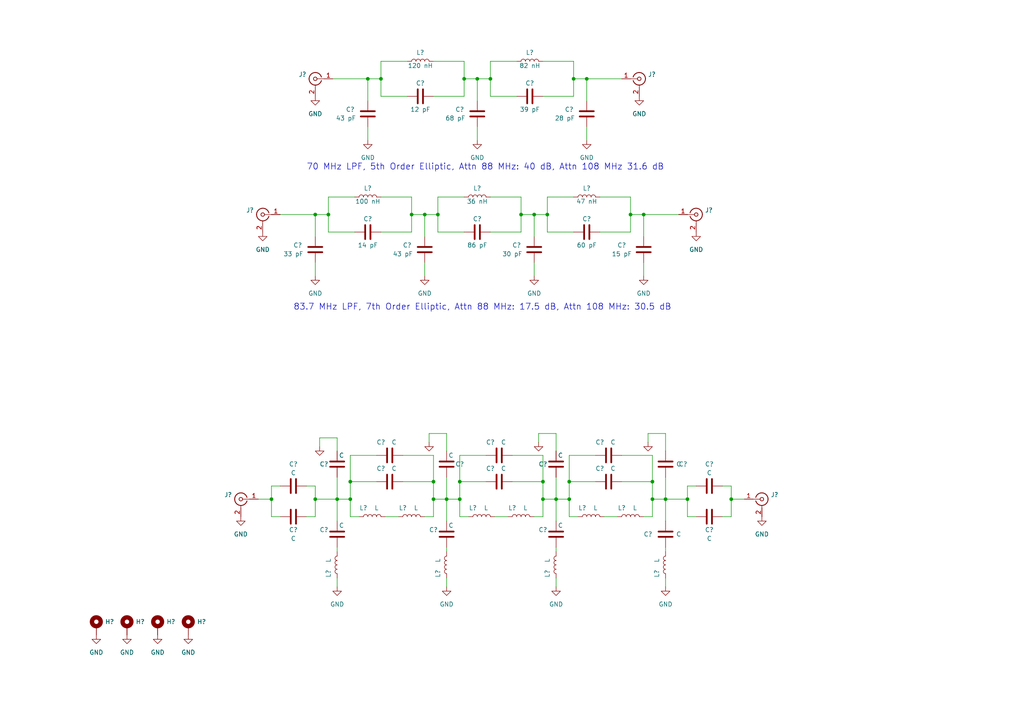
<source format=kicad_sch>
(kicad_sch (version 20230121) (generator eeschema)
  (paper "A4")
  (lib_symbols
    (symbol "Connector:Conn_Coaxial" (pin_names (offset 1.016) hide)
      (property "Reference" "J" (at 0.254 3.048 0))
      (property "Value" "Conn_Coaxial" (at 2.921 0 90))
      (symbol "Conn_Coaxial_0_1"
        (arc (start -1.778 -0.508) (mid 0.2311 -1.8066) (end 1.778 0) (stroke (width 0.254)))
        (polyline (pts (xy -2.54 0) (xy -0.508 0)))
        (polyline (pts (xy 0 -2.54) (xy 0 -1.778)))
        (circle (center 0 0) (radius 0.508) (stroke (width 0.2032)))
        (arc (start 1.778 0) (mid 0.2099 1.8101) (end -1.778 0.508) (stroke (width 0.254)))
      )
      (symbol "Conn_Coaxial_1_1"
        (pin passive line (at -5.08 0 0) (length 2.54) (name "In") (number "1"))
        (pin passive line (at 0 -5.08 90) (length 2.54) (name "Ext") (number "2"))
      )
    )
    (symbol "Device:C" (pin_numbers hide) (pin_names (offset 0.254))
      (property "Reference" "C" (at 0.635 2.54 0))
      (property "Value" "C" (at 0.635 -2.54 0))
      (symbol "C_0_1"
        (polyline (pts (xy -2.032 -0.762) (xy 2.032 -0.762)) (stroke (width 0.508)))
        (polyline (pts (xy -2.032 0.762) (xy 2.032 0.762)) (stroke (width 0.508)))
      )
      (symbol "C_1_1"
        (pin passive line (at 0 3.81 270) (length 2.794) (name "~") (number "1"))
        (pin passive line (at 0 -3.81 90) (length 2.794) (name "~") (number "2"))
      )
    )
    (symbol "Device:L" (pin_numbers hide) (pin_names (offset 1.016) hide)
      (property "Reference" "L" (at -1.27 0 90))
      (property "Value" "L" (at 1.905 0 90))
      (symbol "L_0_1"
        (arc (start 0 -2.54) (mid 0.6323 -1.905) (end 0 -1.27))
        (arc (start 0 -1.27) (mid 0.6323 -0.635) (end 0 0))
        (arc (start 0 0) (mid 0.6323 0.635) (end 0 1.27))
        (arc (start 0 1.27) (mid 0.6323 1.905) (end 0 2.54))
      )
      (symbol "L_1_1"
        (pin passive line (at 0 3.81 270) (length 1.27) (name "1") (number "1"))
        (pin passive line (at 0 -3.81 90) (length 1.27) (name "2") (number "2"))
      )
    )
    (symbol "Mechanical:MountingHole_Pad" (pin_numbers hide) (pin_names (offset 1.016) hide)
      (property "Reference" "H" (at 0 6.35 0))
      (property "Value" "MountingHole_Pad" (at 0 4.445 0))
      (symbol "MountingHole_Pad_0_1"
        (circle (center 0 1.27) (radius 1.27) (stroke (width 1.27)))
      )
      (symbol "MountingHole_Pad_1_1"
        (pin input line (at 0 -2.54 90) (length 2.54) (name "1") (number "1"))
      )
    )
    (symbol "power:GND" (power) (pin_names (offset 0))
      (property "Value" "GND" (at 0 -3.81 0))
      (symbol "GND_0_1"
        (polyline (pts (xy 0 0) (xy 0 -1.27) (xy 1.27 -1.27) (xy 0 -2.54) (xy -1.27 -1.27) (xy 0 -1.27)))
      )
      (symbol "GND_1_1"
        (pin power_in line (at 0 0 270) (length 0) hide (name "GND") (number "1"))
      )
    )
  )
  (junction (at 119.38 62.23))
  (junction (at 182.88 62.23))
  (junction (at 97.79 144.78))
  (junction (at 170.18 22.86))
  (junction (at 158.75 62.23))
  (junction (at 199.39 144.78))
  (junction (at 166.37 22.86))
  (junction (at 189.23 144.78))
  (junction (at 101.6 144.78))
  (junction (at 165.1 139.7))
  (junction (at 134.62 22.86))
  (junction (at 91.44 62.23))
  (junction (at 186.69 62.23))
  (junction (at 138.43 22.86))
  (junction (at 161.29 144.78))
  (junction (at 110.49 22.86))
  (junction (at 193.04 144.78))
  (junction (at 157.48 144.78))
  (junction (at 157.48 139.7))
  (junction (at 212.09 144.78))
  (junction (at 106.68 22.86))
  (junction (at 123.19 62.23))
  (junction (at 127 62.23))
  (junction (at 165.1 144.78))
  (junction (at 133.35 139.7))
  (junction (at 95.25 62.23))
  (junction (at 154.94 62.23))
  (junction (at 125.73 144.78))
  (junction (at 125.73 139.7))
  (junction (at 133.35 144.78))
  (junction (at 78.74 144.78))
  (junction (at 91.44 144.78))
  (junction (at 101.6 139.7))
  (junction (at 142.24 22.86))
  (junction (at 189.23 139.7))
  (junction (at 151.13 62.23))
  (junction (at 129.54 144.78))
  (wire (pts (xy 212.09 140.97) (xy 212.09 144.78)))
  (wire (pts (xy 91.44 62.23) (xy 95.25 62.23)))
  (wire (pts (xy 91.44 62.23) (xy 91.44 68.58)))
  (wire (pts (xy 129.54 167.64) (xy 129.54 170.18)))
  (wire (pts (xy 173.99 67.31) (xy 182.88 67.31)))
  (wire (pts (xy 91.44 149.86) (xy 88.9 149.86)))
  (wire (pts (xy 166.37 22.86) (xy 170.18 22.86)))
  (wire (pts (xy 125.73 144.78) (xy 125.73 139.7)))
  (wire (pts (xy 199.39 149.86) (xy 201.93 149.86)))
  (wire (pts (xy 97.79 144.78) (xy 101.6 144.78)))
  (wire (pts (xy 119.38 62.23) (xy 119.38 57.15)))
  (wire (pts (xy 95.25 62.23) (xy 95.25 67.31)))
  (wire (pts (xy 151.13 62.23) (xy 154.94 62.23)))
  (wire (pts (xy 212.09 149.86) (xy 209.55 149.86)))
  (wire (pts (xy 97.79 127) (xy 92.71 127)))
  (wire (pts (xy 97.79 127) (xy 97.79 130.81)))
  (wire (pts (xy 189.23 144.78) (xy 193.04 144.78)))
  (wire (pts (xy 78.74 140.97) (xy 78.74 144.78)))
  (wire (pts (xy 91.44 140.97) (xy 91.44 144.78)))
  (wire (pts (xy 124.46 125.73) (xy 124.46 128.27)))
  (wire (pts (xy 125.73 149.86) (xy 125.73 144.78)))
  (wire (pts (xy 127 62.23) (xy 127 67.31)))
  (wire (pts (xy 134.62 22.86) (xy 134.62 17.78)))
  (wire (pts (xy 101.6 149.86) (xy 104.14 149.86)))
  (wire (pts (xy 119.38 62.23) (xy 123.19 62.23)))
  (wire (pts (xy 182.88 67.31) (xy 182.88 62.23)))
  (wire (pts (xy 125.73 27.94) (xy 134.62 27.94)))
  (wire (pts (xy 119.38 67.31) (xy 119.38 62.23)))
  (wire (pts (xy 129.54 158.75) (xy 129.54 160.02)))
  (wire (pts (xy 180.34 132.08) (xy 189.23 132.08)))
  (wire (pts (xy 110.49 27.94) (xy 118.11 27.94)))
  (wire (pts (xy 111.76 149.86) (xy 115.57 149.86)))
  (wire (pts (xy 189.23 144.78) (xy 189.23 139.7)))
  (wire (pts (xy 91.44 144.78) (xy 91.44 149.86)))
  (wire (pts (xy 138.43 36.83) (xy 138.43 40.64)))
  (wire (pts (xy 133.35 149.86) (xy 135.89 149.86)))
  (wire (pts (xy 101.6 139.7) (xy 101.6 144.78)))
  (wire (pts (xy 133.35 139.7) (xy 133.35 144.78)))
  (wire (pts (xy 189.23 149.86) (xy 189.23 144.78)))
  (wire (pts (xy 125.73 132.08) (xy 125.73 139.7)))
  (wire (pts (xy 142.24 27.94) (xy 149.86 27.94)))
  (wire (pts (xy 125.73 17.78) (xy 134.62 17.78)))
  (wire (pts (xy 133.35 144.78) (xy 133.35 149.86)))
  (wire (pts (xy 106.68 36.83) (xy 106.68 40.64)))
  (wire (pts (xy 193.04 144.78) (xy 199.39 144.78)))
  (wire (pts (xy 138.43 22.86) (xy 142.24 22.86)))
  (wire (pts (xy 78.74 149.86) (xy 81.28 149.86)))
  (wire (pts (xy 157.48 27.94) (xy 166.37 27.94)))
  (wire (pts (xy 157.48 144.78) (xy 161.29 144.78)))
  (wire (pts (xy 123.19 62.23) (xy 127 62.23)))
  (wire (pts (xy 109.22 132.08) (xy 101.6 132.08)))
  (wire (pts (xy 189.23 132.08) (xy 189.23 139.7)))
  (wire (pts (xy 186.69 62.23) (xy 186.69 68.58)))
  (wire (pts (xy 193.04 125.73) (xy 193.04 130.81)))
  (wire (pts (xy 127 67.31) (xy 134.62 67.31)))
  (wire (pts (xy 102.87 57.15) (xy 95.25 57.15)))
  (wire (pts (xy 209.55 140.97) (xy 212.09 140.97)))
  (wire (pts (xy 116.84 139.7) (xy 125.73 139.7)))
  (wire (pts (xy 186.69 149.86) (xy 189.23 149.86)))
  (wire (pts (xy 133.35 132.08) (xy 133.35 139.7)))
  (wire (pts (xy 149.86 17.78) (xy 142.24 17.78)))
  (wire (pts (xy 97.79 167.64) (xy 97.79 170.18)))
  (wire (pts (xy 134.62 57.15) (xy 127 57.15)))
  (wire (pts (xy 161.29 144.78) (xy 165.1 144.78)))
  (wire (pts (xy 161.29 125.73) (xy 161.29 130.81)))
  (wire (pts (xy 165.1 149.86) (xy 167.64 149.86)))
  (wire (pts (xy 158.75 67.31) (xy 166.37 67.31)))
  (wire (pts (xy 156.21 125.73) (xy 156.21 128.27)))
  (wire (pts (xy 95.25 57.15) (xy 95.25 62.23)))
  (wire (pts (xy 170.18 22.86) (xy 170.18 29.21)))
  (wire (pts (xy 129.54 125.73) (xy 124.46 125.73)))
  (wire (pts (xy 116.84 132.08) (xy 125.73 132.08)))
  (wire (pts (xy 140.97 139.7) (xy 133.35 139.7)))
  (wire (pts (xy 151.13 67.31) (xy 151.13 62.23)))
  (wire (pts (xy 182.88 62.23) (xy 182.88 57.15)))
  (wire (pts (xy 142.24 67.31) (xy 151.13 67.31)))
  (wire (pts (xy 148.59 139.7) (xy 157.48 139.7)))
  (wire (pts (xy 154.94 76.2) (xy 154.94 80.01)))
  (wire (pts (xy 186.69 62.23) (xy 196.85 62.23)))
  (wire (pts (xy 157.48 144.78) (xy 157.48 139.7)))
  (wire (pts (xy 186.69 76.2) (xy 186.69 80.01)))
  (wire (pts (xy 212.09 144.78) (xy 215.9 144.78)))
  (wire (pts (xy 165.1 132.08) (xy 165.1 139.7)))
  (wire (pts (xy 157.48 149.86) (xy 157.48 144.78)))
  (wire (pts (xy 118.11 17.78) (xy 110.49 17.78)))
  (wire (pts (xy 157.48 17.78) (xy 166.37 17.78)))
  (wire (pts (xy 123.19 149.86) (xy 125.73 149.86)))
  (wire (pts (xy 134.62 27.94) (xy 134.62 22.86)))
  (wire (pts (xy 106.68 22.86) (xy 110.49 22.86)))
  (wire (pts (xy 154.94 149.86) (xy 157.48 149.86)))
  (wire (pts (xy 180.34 139.7) (xy 189.23 139.7)))
  (wire (pts (xy 161.29 144.78) (xy 161.29 151.13)))
  (wire (pts (xy 201.93 140.97) (xy 199.39 140.97)))
  (wire (pts (xy 81.28 140.97) (xy 78.74 140.97)))
  (wire (pts (xy 78.74 144.78) (xy 78.74 149.86)))
  (wire (pts (xy 151.13 62.23) (xy 151.13 57.15)))
  (wire (pts (xy 123.19 76.2) (xy 123.19 80.01)))
  (wire (pts (xy 142.24 57.15) (xy 151.13 57.15)))
  (wire (pts (xy 110.49 57.15) (xy 119.38 57.15)))
  (wire (pts (xy 193.04 167.64) (xy 193.04 170.18)))
  (wire (pts (xy 199.39 144.78) (xy 199.39 149.86)))
  (wire (pts (xy 101.6 144.78) (xy 101.6 149.86)))
  (wire (pts (xy 170.18 22.86) (xy 180.34 22.86)))
  (wire (pts (xy 165.1 139.7) (xy 165.1 144.78)))
  (wire (pts (xy 91.44 76.2) (xy 91.44 80.01)))
  (wire (pts (xy 182.88 62.23) (xy 186.69 62.23)))
  (wire (pts (xy 88.9 140.97) (xy 91.44 140.97)))
  (wire (pts (xy 129.54 144.78) (xy 129.54 151.13)))
  (wire (pts (xy 110.49 17.78) (xy 110.49 22.86)))
  (wire (pts (xy 138.43 22.86) (xy 138.43 29.21)))
  (wire (pts (xy 134.62 22.86) (xy 138.43 22.86)))
  (wire (pts (xy 193.04 125.73) (xy 187.96 125.73)))
  (wire (pts (xy 199.39 140.97) (xy 199.39 144.78)))
  (wire (pts (xy 157.48 132.08) (xy 157.48 139.7)))
  (wire (pts (xy 212.09 144.78) (xy 212.09 149.86)))
  (wire (pts (xy 140.97 132.08) (xy 133.35 132.08)))
  (wire (pts (xy 92.71 127) (xy 92.71 129.54)))
  (wire (pts (xy 187.96 125.73) (xy 187.96 128.27)))
  (wire (pts (xy 193.04 138.43) (xy 193.04 144.78)))
  (wire (pts (xy 125.73 144.78) (xy 129.54 144.78)))
  (wire (pts (xy 78.74 144.78) (xy 74.93 144.78)))
  (wire (pts (xy 96.52 22.86) (xy 106.68 22.86)))
  (wire (pts (xy 127 57.15) (xy 127 62.23)))
  (wire (pts (xy 166.37 22.86) (xy 166.37 17.78)))
  (wire (pts (xy 161.29 167.64) (xy 161.29 170.18)))
  (wire (pts (xy 158.75 62.23) (xy 158.75 67.31)))
  (wire (pts (xy 175.26 149.86) (xy 179.07 149.86)))
  (wire (pts (xy 143.51 149.86) (xy 147.32 149.86)))
  (wire (pts (xy 161.29 125.73) (xy 156.21 125.73)))
  (wire (pts (xy 193.04 144.78) (xy 193.04 151.13)))
  (wire (pts (xy 97.79 144.78) (xy 97.79 138.43)))
  (wire (pts (xy 110.49 22.86) (xy 110.49 27.94)))
  (wire (pts (xy 95.25 67.31) (xy 102.87 67.31)))
  (wire (pts (xy 166.37 27.94) (xy 166.37 22.86)))
  (wire (pts (xy 170.18 36.83) (xy 170.18 40.64)))
  (wire (pts (xy 109.22 139.7) (xy 101.6 139.7)))
  (wire (pts (xy 142.24 22.86) (xy 142.24 27.94)))
  (wire (pts (xy 172.72 139.7) (xy 165.1 139.7)))
  (wire (pts (xy 142.24 17.78) (xy 142.24 22.86)))
  (wire (pts (xy 166.37 57.15) (xy 158.75 57.15)))
  (wire (pts (xy 161.29 158.75) (xy 161.29 160.02)))
  (wire (pts (xy 129.54 144.78) (xy 129.54 138.43)))
  (wire (pts (xy 97.79 144.78) (xy 97.79 151.13)))
  (wire (pts (xy 101.6 132.08) (xy 101.6 139.7)))
  (wire (pts (xy 97.79 144.78) (xy 91.44 144.78)))
  (wire (pts (xy 110.49 67.31) (xy 119.38 67.31)))
  (wire (pts (xy 106.68 22.86) (xy 106.68 29.21)))
  (wire (pts (xy 165.1 144.78) (xy 165.1 149.86)))
  (wire (pts (xy 158.75 57.15) (xy 158.75 62.23)))
  (wire (pts (xy 129.54 125.73) (xy 129.54 130.81)))
  (wire (pts (xy 172.72 132.08) (xy 165.1 132.08)))
  (wire (pts (xy 81.28 62.23) (xy 91.44 62.23)))
  (wire (pts (xy 154.94 62.23) (xy 154.94 68.58)))
  (wire (pts (xy 154.94 62.23) (xy 158.75 62.23)))
  (wire (pts (xy 173.99 57.15) (xy 182.88 57.15)))
  (wire (pts (xy 97.79 158.75) (xy 97.79 160.02)))
  (wire (pts (xy 193.04 158.75) (xy 193.04 160.02)))
  (wire (pts (xy 161.29 144.78) (xy 161.29 138.43)))
  (wire (pts (xy 148.59 132.08) (xy 157.48 132.08)))
  (wire (pts (xy 123.19 62.23) (xy 123.19 68.58)))
  (wire (pts (xy 129.54 144.78) (xy 133.35 144.78)))
  (text "70 MHz LPF, 5th Order Elliptic, Attn 88 MHz: 40 dB, Attn 108 MHz 31.6 dB" (at 88.9 49.53 0) (effects (font (size 1.778 1.778)) (justify left bottom)))
  (text "83.7 MHz LPF, 7th Order Elliptic, Attn 88 MHz: 17.5 dB, Attn 108 MHz: 30.5 dB" (at 85.09 90.17 0) (effects (font (size 1.778 1.778)) (justify left bottom)))
  (symbol (lib_id "Device:L") (at 138.43 57.15 90) (unit 1)
    (property "Reference" "L?" (at 138.43 54.61 90))
    (property "Value" "36 nH" (at 138.43 58.42 90))
    (property "Footprint" "LWA RF:1008CS_Handsolder" (effects hide))
    (instances (project "ARX" (path "" (reference "L?") (unit 1)) (path "" (reference "L4") (unit 1))))
  )
  (symbol (lib_id "Device:L") (at 119.38 149.86 90) (unit 1)
    (property "Reference" "L?" (at 116.84 147.32 90))
    (property "Value" "L" (at 120.65 147.32 90))
    (property "Footprint" "LWA RF:1008CS_Handsolder" (effects hide))
    (instances (project "ARX" (path "" (reference "L?") (unit 1)) (path "" (reference "L13") (unit 1))))
  )
  (symbol (lib_id "Device:C") (at 129.54 154.94 180) (unit 1)
    (property "Reference" "C?" (at 125.73 153.67 0))
    (property "Value" "C" (at 130.81 152.4 0))
    (property "Footprint" "LWA RF:C_0805_2012Metric_Pad1.27x1.45mm_HandSolder" (effects hide))
    (instances (project "ARX" (path "" (reference "C?") (unit 1)) (path "" (reference "C26") (unit 1))))
  )
  (symbol (lib_id "Device:L") (at 151.13 149.86 90) (unit 1)
    (property "Reference" "L?" (at 148.59 147.32 90))
    (property "Value" "L" (at 152.4 147.32 90))
    (property "Footprint" "LWA RF:1008CS_Handsolder" (effects hide))
    (instances (project "ARX" (path "" (reference "L?") (unit 1)) (path "" (reference "L16") (unit 1))))
  )
  (symbol (lib_id "Device:C") (at 97.79 134.62 0) (unit 1)
    (property "Reference" "C?" (at 93.98 134.62 0))
    (property "Value" "C" (at 99.06 132.08 0))
    (property "Footprint" "LWA RF:C_0805_2012Metric_Pad1.27x1.45mm_HandSolder" (effects hide))
    (instances (project "ARX" (path "" (reference "C?") (unit 1)) (path "" (reference "C21") (unit 1))))
  )
  (symbol (lib_id "Device:L") (at 129.54 163.83 180) (unit 1)
    (property "Reference" "L?" (at 127 166.37 90))
    (property "Value" "L" (at 127 162.56 90))
    (property "Footprint" "LWA RF:1008CS_Handsolder" (effects hide))
    (instances (project "ARX" (path "" (reference "L?") (unit 1)) (path "" (reference "L14") (unit 1))))
  )
  (symbol (lib_id "Device:C") (at 85.09 140.97 270) (unit 1)
    (property "Reference" "C?" (at 85.09 134.62 90))
    (property "Value" "C" (at 85.09 137.16 90))
    (property "Footprint" "LWA RF:C_0805_2012Metric_Pad1.27x1.45mm_HandSolder" (effects hide))
    (instances (project "ARX" (path "" (reference "C?") (unit 1)) (path "" (reference "C19") (unit 1))))
  )
  (symbol (lib_id "power:GND") (at 27.94 184.15 0) (unit 1)
    (property "Reference" "#PWR?" (effects hide))
    (property "Value" "GND" (at 27.94 189.23 0))
    (instances (project "ARX" (path "" (reference "#PWR?") (unit 1)) (path "" (reference "#PWR04") (unit 1))))
  )
  (symbol (lib_id "Device:C") (at 144.78 132.08 90) (unit 1)
    (property "Reference" "C?" (at 142.24 128.27 90))
    (property "Value" "C" (at 146.05 128.27 90))
    (property "Footprint" "LWA RF:C_0805_2012Metric_Pad1.27x1.45mm_HandSolder" (effects hide))
    (instances (project "ARX" (path "" (reference "C?") (unit 1)) (path "" (reference "C27") (unit 1))))
  )
  (symbol (lib_id "Device:C") (at 129.54 134.62 0) (unit 1)
    (property "Reference" "C?" (at 133.35 134.62 0))
    (property "Value" "C" (at 130.81 132.08 0))
    (property "Footprint" "LWA RF:C_0805_2012Metric_Pad1.27x1.45mm_HandSolder" (effects hide))
    (instances (project "ARX" (path "" (reference "C?") (unit 1)) (path "" (reference "C25") (unit 1))))
  )
  (symbol (lib_id "Device:C") (at 186.69 72.39 180) (unit 1)
    (property "Reference" "C?" (at 180.34 71.12 0))
    (property "Value" "15 pF" (at 180.34 73.66 0))
    (property "Footprint" "LWA RF:C_0805_2012Metric_Pad1.27x1.45mm_HandSolder" (effects hide))
    (instances (project "ARX" (path "" (reference "C?") (unit 1)) (path "" (reference "C11") (unit 1))))
  )
  (symbol (lib_id "Device:C") (at 193.04 154.94 180) (unit 1)
    (property "Reference" "C?" (at 187.96 154.94 0))
    (property "Value" "C" (at 196.85 154.94 0))
    (property "Footprint" "LWA RF:C_0805_2012Metric_Pad1.27x1.45mm_HandSolder" (effects hide))
    (instances (project "ARX" (path "" (reference "C?") (unit 1)) (path "" (reference "C34") (unit 1))))
  )
  (symbol (lib_id "power:GND") (at 123.19 80.01 0) (unit 1)
    (property "Reference" "#PWR?" (effects hide))
    (property "Value" "GND" (at 123.19 85.09 0))
    (instances (project "ARX" (path "" (reference "#PWR?") (unit 1)) (path "" (reference "#PWR010") (unit 1))))
  )
  (symbol (lib_id "Device:L") (at 182.88 149.86 90) (unit 1)
    (property "Reference" "L?" (at 180.34 147.32 90))
    (property "Value" "L" (at 184.15 147.32 90))
    (property "Footprint" "LWA RF:1008CS_Handsolder" (effects hide))
    (instances (project "ARX" (path "" (reference "L?") (unit 1)) (path "" (reference "L19") (unit 1))))
  )
  (symbol (lib_id "power:GND") (at 36.83 184.15 0) (unit 1)
    (property "Reference" "#PWR?" (effects hide))
    (property "Value" "GND" (at 36.83 189.23 0))
    (instances (project "ARX" (path "" (reference "#PWR?") (unit 1)) (path "" (reference "#PWR07") (unit 1))))
  )
  (symbol (lib_id "Device:C") (at 121.92 27.94 90) (unit 1)
    (property "Reference" "C?" (at 121.92 24.13 90))
    (property "Value" "12 pF" (at 121.92 31.75 90))
    (property "Footprint" "LWA RF:C_0805_2012Metric_Pad1.27x1.45mm_HandSolder" (effects hide))
    (instances (project "ARX" (path "" (reference "C?") (unit 1)) (path "" (reference "C5") (unit 1))))
  )
  (symbol (lib_id "Mechanical:MountingHole_Pad") (at 36.83 181.61 0) (unit 1)
    (property "Reference" "H?" (at 39.37 180.34 0) (effects (justify left)))
    (property "Value" "MountingHole_Pad" (effects hide))
    (property "Footprint" "MountingHole:MountingHole_3.2mm_M3_Pad_TopBottom" (effects hide))
    (instances (project "ARX" (path "" (reference "H?") (unit 1)) (path "" (reference "H2") (unit 1))))
  )
  (symbol (lib_id "power:GND") (at 129.54 170.18 0) (unit 1)
    (property "Reference" "#PWR?" (effects hide))
    (property "Value" "GND" (at 129.54 175.26 0))
    (instances (project "ARX" (path "" (reference "#PWR?") (unit 1)) (path "" (reference "#PWR019") (unit 1))))
  )
  (symbol (lib_id "Device:C") (at 113.03 139.7 90) (unit 1)
    (property "Reference" "C?" (at 110.49 135.89 90))
    (property "Value" "C" (at 114.3 135.89 90))
    (property "Footprint" "LWA RF:C_0805_2012Metric_Pad1.27x1.45mm_HandSolder" (effects hide))
    (instances (project "ARX" (path "" (reference "C?") (unit 1)) (path "" (reference "C24") (unit 1))))
  )
  (symbol (lib_id "power:GND") (at 106.68 40.64 0) (unit 1)
    (property "Reference" "#PWR?" (effects hide))
    (property "Value" "GND" (at 106.68 45.72 0))
    (instances (project "ARX" (path "" (reference "#PWR?") (unit 1)) (path "" (reference "#PWR03") (unit 1))))
  )
  (symbol (lib_id "Device:C") (at 113.03 132.08 90) (unit 1)
    (property "Reference" "C?" (at 110.49 128.27 90))
    (property "Value" "C" (at 114.3 128.27 90))
    (property "Footprint" "LWA RF:C_0805_2012Metric_Pad1.27x1.45mm_HandSolder" (effects hide))
    (instances (project "ARX" (path "" (reference "C?") (unit 1)) (path "" (reference "C23") (unit 1))))
  )
  (symbol (lib_id "Device:C") (at 176.53 132.08 90) (unit 1)
    (property "Reference" "C?" (at 173.99 128.27 90))
    (property "Value" "C" (at 177.8 128.27 90))
    (property "Footprint" "LWA RF:C_0805_2012Metric_Pad1.27x1.45mm_HandSolder" (effects hide))
    (instances (project "ARX" (path "" (reference "C?") (unit 1)) (path "" (reference "C31") (unit 1))))
  )
  (symbol (lib_id "power:GND") (at 97.79 170.18 0) (unit 1)
    (property "Reference" "#PWR?" (effects hide))
    (property "Value" "GND" (at 97.79 175.26 0))
    (instances (project "ARX" (path "" (reference "#PWR?") (unit 1)) (path "" (reference "#PWR017") (unit 1))))
  )
  (symbol (lib_id "Device:L") (at 139.7 149.86 90) (unit 1)
    (property "Reference" "L?" (at 137.16 147.32 90))
    (property "Value" "L" (at 140.97 147.32 90))
    (property "Footprint" "LWA RF:1008CS_Handsolder" (effects hide))
    (instances (project "ARX" (path "" (reference "L?") (unit 1)) (path "" (reference "L15") (unit 1))))
  )
  (symbol (lib_id "Device:C") (at 106.68 67.31 90) (unit 1)
    (property "Reference" "C?" (at 106.68 63.5 90))
    (property "Value" "14 pF" (at 106.68 71.12 90))
    (property "Footprint" "LWA RF:C_0805_2012Metric_Pad1.27x1.45mm_HandSolder" (effects hide))
    (instances (project "ARX" (path "" (reference "C?") (unit 1)) (path "" (reference "C3") (unit 1))))
  )
  (symbol (lib_id "power:GND") (at 92.71 129.54 0) (unit 1)
    (property "Reference" "#PWR?" (effects hide))
    (property "Value" "GND" (effects hide))
    (instances (project "ARX" (path "" (reference "#PWR?") (unit 1)) (path "" (reference "#PWR016") (unit 1))))
  )
  (symbol (lib_id "Device:L") (at 161.29 163.83 180) (unit 1)
    (property "Reference" "L?" (at 158.75 166.37 90))
    (property "Value" "L" (at 158.75 162.56 90))
    (property "Footprint" "LWA RF:1008CS_Handsolder" (effects hide))
    (instances (project "ARX" (path "" (reference "L?") (unit 1)) (path "" (reference "L17") (unit 1))))
  )
  (symbol (lib_id "power:GND") (at 45.72 184.15 0) (unit 1)
    (property "Reference" "#PWR?" (effects hide))
    (property "Value" "GND" (at 45.72 189.23 0))
    (instances (project "ARX" (path "" (reference "#PWR?") (unit 1)) (path "" (reference "#PWR08") (unit 1))))
  )
  (symbol (lib_id "Device:L") (at 121.92 17.78 90) (unit 1)
    (property "Reference" "L?" (at 121.92 15.24 90))
    (property "Value" "120 nH" (at 121.92 19.05 90))
    (property "Footprint" "LWA RF:1008CS_Handsolder" (effects hide))
    (instances (project "ARX" (path "" (reference "L?") (unit 1)) (path "" (reference "L2") (unit 1))))
  )
  (symbol (lib_id "power:GND") (at 91.44 80.01 0) (unit 1)
    (property "Reference" "#PWR?" (effects hide))
    (property "Value" "GND" (at 91.44 85.09 0))
    (instances (project "ARX" (path "" (reference "#PWR?") (unit 1)) (path "" (reference "#PWR05") (unit 1))))
  )
  (symbol (lib_id "Device:L") (at 153.67 17.78 90) (unit 1)
    (property "Reference" "L?" (at 153.67 15.24 90))
    (property "Value" "82 nH" (at 153.67 19.05 90))
    (property "Footprint" "LWA RF:1008CS_Handsolder" (effects hide))
    (instances (project "ARX" (path "" (reference "L?") (unit 1)) (path "" (reference "L1") (unit 1))))
  )
  (symbol (lib_id "Connector:Conn_Coaxial") (at 185.42 22.86 0) (unit 1)
    (property "Reference" "J?" (at 187.96 21.59 0) (effects (justify left)))
    (property "Value" "Conn_Coaxial" (effects hide))
    (property "Footprint" "LWA RF:LINX_SMA_EL" (effects hide))
    (property "Datasheet" "https://www.te.com/commerce/DocumentDelivery/DDEController?Action=showdoc&DocId=Customer+Drawing%7FC-CONSMA020.062-G%7FA%7Fpdf%7FEnglish%7FENG_CD_C-CONSMA020.062-G_A.pdf%7FL9000279-01" (effects hide))
    (instances (project "ARX" (path "" (reference "J?") (unit 1)) (path "" (reference "J2") (unit 1))))
  )
  (symbol (lib_id "Device:C") (at 176.53 139.7 90) (unit 1)
    (property "Reference" "C?" (at 173.99 135.89 90))
    (property "Value" "C" (at 177.8 135.89 90))
    (property "Footprint" "LWA RF:C_0805_2012Metric_Pad1.27x1.45mm_HandSolder" (effects hide))
    (instances (project "ARX" (path "" (reference "C?") (unit 1)) (path "" (reference "C32") (unit 1))))
  )
  (symbol (lib_id "power:GND") (at 185.42 27.94 0) (unit 1)
    (property "Reference" "#PWR?" (effects hide))
    (property "Value" "GND" (at 185.42 33.02 0))
    (instances (project "ARX" (path "" (reference "#PWR?") (unit 1)) (path "" (reference "#PWR014") (unit 1))))
  )
  (symbol (lib_id "Device:C") (at 144.78 139.7 90) (unit 1)
    (property "Reference" "C?" (at 142.24 135.89 90))
    (property "Value" "C" (at 146.05 135.89 90))
    (property "Footprint" "LWA RF:C_0805_2012Metric_Pad1.27x1.45mm_HandSolder" (effects hide))
    (instances (project "ARX" (path "" (reference "C?") (unit 1)) (path "" (reference "C28") (unit 1))))
  )
  (symbol (lib_id "power:GND") (at 91.44 27.94 0) (mirror y) (unit 1)
    (property "Reference" "#PWR?" (effects hide))
    (property "Value" "GND" (at 91.44 33.02 0))
    (instances (project "ARX" (path "" (reference "#PWR?") (unit 1)) (path "" (reference "#PWR01") (unit 1))))
  )
  (symbol (lib_id "Device:C") (at 205.74 140.97 90) (mirror x) (unit 1)
    (property "Reference" "C?" (at 205.74 134.62 90))
    (property "Value" "C" (at 205.74 137.16 90))
    (property "Footprint" "LWA RF:C_0805_2012Metric_Pad1.27x1.45mm_HandSolder" (effects hide))
    (instances (project "ARX" (path "" (reference "C?") (unit 1)) (path "" (reference "C35") (unit 1))))
  )
  (symbol (lib_id "power:GND") (at 54.61 184.15 0) (unit 1)
    (property "Reference" "#PWR?" (effects hide))
    (property "Value" "GND" (at 54.61 189.23 0))
    (instances (project "ARX" (path "" (reference "#PWR?") (unit 1)) (path "" (reference "#PWR09") (unit 1))))
  )
  (symbol (lib_id "power:GND") (at 124.46 128.27 0) (unit 1)
    (property "Reference" "#PWR?" (effects hide))
    (property "Value" "GND" (effects hide))
    (instances (project "ARX" (path "" (reference "#PWR?") (unit 1)) (path "" (reference "#PWR018") (unit 1))))
  )
  (symbol (lib_id "Mechanical:MountingHole_Pad") (at 54.61 181.61 0) (unit 1)
    (property "Reference" "H?" (at 57.15 180.34 0) (effects (justify left)))
    (property "Value" "MountingHole_Pad" (effects hide))
    (property "Footprint" "MountingHole:MountingHole_3.2mm_M3_Pad_TopBottom" (effects hide))
    (instances (project "ARX" (path "" (reference "H?") (unit 1)) (path "" (reference "H4") (unit 1))))
  )
  (symbol (lib_id "Device:L") (at 170.18 57.15 90) (unit 1)
    (property "Reference" "L?" (at 170.18 54.61 90))
    (property "Value" "47 nH" (at 170.18 58.42 90))
    (property "Footprint" "LWA RF:1008CS_Handsolder" (effects hide))
    (instances (project "ARX" (path "" (reference "L?") (unit 1)) (path "" (reference "L5") (unit 1))))
  )
  (symbol (lib_id "Device:C") (at 170.18 67.31 90) (unit 1)
    (property "Reference" "C?" (at 170.18 63.5 90))
    (property "Value" "60 pF" (at 170.18 71.12 90))
    (property "Footprint" "LWA RF:C_0805_2012Metric_Pad1.27x1.45mm_HandSolder" (effects hide))
    (instances (project "ARX" (path "" (reference "C?") (unit 1)) (path "" (reference "C10") (unit 1))))
  )
  (symbol (lib_id "power:GND") (at 156.21 128.27 0) (unit 1)
    (property "Reference" "#PWR?" (effects hide))
    (property "Value" "GND" (effects hide))
    (instances (project "ARX" (path "" (reference "#PWR?") (unit 1)) (path "" (reference "#PWR020") (unit 1))))
  )
  (symbol (lib_id "Device:C") (at 97.79 154.94 180) (unit 1)
    (property "Reference" "C?" (at 93.98 153.67 0))
    (property "Value" "C" (at 99.06 152.4 0))
    (property "Footprint" "LWA RF:C_0805_2012Metric_Pad1.27x1.45mm_HandSolder" (effects hide))
    (instances (project "ARX" (path "" (reference "C?") (unit 1)) (path "" (reference "C22") (unit 1))))
  )
  (symbol (lib_id "Mechanical:MountingHole_Pad") (at 27.94 181.61 0) (unit 1)
    (property "Reference" "H?" (at 30.48 180.34 0) (effects (justify left)))
    (property "Value" "MountingHole_Pad" (effects hide))
    (property "Footprint" "MountingHole:MountingHole_3.2mm_M3_Pad_TopBottom" (effects hide))
    (instances (project "ARX" (path "" (reference "H?") (unit 1)) (path "" (reference "H1") (unit 1))))
  )
  (symbol (lib_id "Connector:Conn_Coaxial") (at 69.85 144.78 0) (mirror y) (unit 1)
    (property "Reference" "J?" (at 67.31 143.51 0) (effects (justify left)))
    (property "Value" "Conn_Coaxial" (effects hide))
    (property "Footprint" "LWA RF:LINX_SMA_EL" (effects hide))
    (property "Datasheet" "https://www.te.com/commerce/DocumentDelivery/DDEController?Action=showdoc&DocId=Customer+Drawing%7FC-CONSMA020.062-G%7FA%7Fpdf%7FEnglish%7FENG_CD_C-CONSMA020.062-G_A.pdf%7FL9000279-01" (effects hide))
    (instances (project "ARX" (path "" (reference "J?") (unit 1)) (path "" (reference "J3") (unit 1))))
  )
  (symbol (lib_id "Connector:Conn_Coaxial") (at 76.2 62.23 0) (mirror y) (unit 1)
    (property "Reference" "J?" (at 73.66 60.96 0) (effects (justify left)))
    (property "Value" "Conn_Coaxial" (effects hide))
    (property "Footprint" "LWA RF:LINX_SMA_EL" (effects hide))
    (property "Datasheet" "https://www.te.com/commerce/DocumentDelivery/DDEController?Action=showdoc&DocId=Customer+Drawing%7FC-CONSMA020.062-G%7FA%7Fpdf%7FEnglish%7FENG_CD_C-CONSMA020.062-G_A.pdf%7FL9000279-01" (effects hide))
    (instances (project "ARX" (path "" (reference "J?") (unit 1)) (path "" (reference "J5") (unit 1))))
  )
  (symbol (lib_id "power:GND") (at 186.69 80.01 0) (unit 1)
    (property "Reference" "#PWR?" (effects hide))
    (property "Value" "GND" (at 186.69 85.09 0))
    (instances (project "ARX" (path "" (reference "#PWR?") (unit 1)) (path "" (reference "#PWR025") (unit 1))))
  )
  (symbol (lib_id "power:GND") (at 201.93 67.31 0) (unit 1)
    (property "Reference" "#PWR?" (effects hide))
    (property "Value" "GND" (at 201.93 72.39 0))
    (instances (project "ARX" (path "" (reference "#PWR?") (unit 1)) (path "" (reference "#PWR013") (unit 1))))
  )
  (symbol (lib_id "Device:C") (at 154.94 72.39 180) (unit 1)
    (property "Reference" "C?" (at 149.86 71.12 0))
    (property "Value" "30 pF" (at 148.59 73.66 0))
    (property "Footprint" "LWA RF:C_0805_2012Metric_Pad1.27x1.45mm_HandSolder" (effects hide))
    (instances (project "ARX" (path "" (reference "C?") (unit 1)) (path "" (reference "C9") (unit 1))))
  )
  (symbol (lib_id "power:GND") (at 193.04 170.18 0) (unit 1)
    (property "Reference" "#PWR?" (effects hide))
    (property "Value" "GND" (at 193.04 175.26 0))
    (instances (project "ARX" (path "" (reference "#PWR?") (unit 1)) (path "" (reference "#PWR023") (unit 1))))
  )
  (symbol (lib_id "Device:C") (at 123.19 72.39 180) (unit 1)
    (property "Reference" "C?" (at 118.11 71.12 0))
    (property "Value" "43 pF" (at 116.84 73.66 0))
    (property "Footprint" "LWA RF:C_0805_2012Metric_Pad1.27x1.45mm_HandSolder" (effects hide))
    (instances (project "ARX" (path "" (reference "C?") (unit 1)) (path "" (reference "C6") (unit 1))))
  )
  (symbol (lib_id "Connector:Conn_Coaxial") (at 201.93 62.23 0) (unit 1)
    (property "Reference" "J?" (at 204.47 60.96 0) (effects (justify left)))
    (property "Value" "Conn_Coaxial" (effects hide))
    (property "Footprint" "LWA RF:LINX_SMA_EL" (effects hide))
    (property "Datasheet" "https://www.te.com/commerce/DocumentDelivery/DDEController?Action=showdoc&DocId=Customer+Drawing%7FC-CONSMA020.062-G%7FA%7Fpdf%7FEnglish%7FENG_CD_C-CONSMA020.062-G_A.pdf%7FL9000279-01" (effects hide))
    (instances (project "ARX" (path "" (reference "J?") (unit 1)) (path "" (reference "J6") (unit 1))))
  )
  (symbol (lib_id "Device:C") (at 91.44 72.39 180) (unit 1)
    (property "Reference" "C?" (at 86.36 71.12 0))
    (property "Value" "33 pF" (at 85.09 73.66 0))
    (property "Footprint" "LWA RF:C_0805_2012Metric_Pad1.27x1.45mm_HandSolder" (effects hide))
    (instances (project "ARX" (path "" (reference "C?") (unit 1)) (path "" (reference "C2") (unit 1))))
  )
  (symbol (lib_id "power:GND") (at 138.43 40.64 0) (unit 1)
    (property "Reference" "#PWR?" (effects hide))
    (property "Value" "GND" (at 138.43 45.72 0))
    (instances (project "ARX" (path "" (reference "#PWR?") (unit 1)) (path "" (reference "#PWR06") (unit 1))))
  )
  (symbol (lib_id "Device:C") (at 161.29 134.62 0) (unit 1)
    (property "Reference" "C?" (at 157.48 134.62 0))
    (property "Value" "C" (at 162.56 132.08 0))
    (property "Footprint" "LWA RF:C_0805_2012Metric_Pad1.27x1.45mm_HandSolder" (effects hide))
    (instances (project "ARX" (path "" (reference "C?") (unit 1)) (path "" (reference "C29") (unit 1))))
  )
  (symbol (lib_id "Device:C") (at 161.29 154.94 180) (unit 1)
    (property "Reference" "C?" (at 157.48 153.67 0))
    (property "Value" "C" (at 162.56 152.4 0))
    (property "Footprint" "LWA RF:C_0805_2012Metric_Pad1.27x1.45mm_HandSolder" (effects hide))
    (instances (project "ARX" (path "" (reference "C?") (unit 1)) (path "" (reference "C30") (unit 1))))
  )
  (symbol (lib_id "Device:C") (at 85.09 149.86 270) (unit 1)
    (property "Reference" "C?" (at 85.09 153.67 90))
    (property "Value" "C" (at 85.09 156.21 90))
    (property "Footprint" "LWA RF:C_0805_2012Metric_Pad1.27x1.45mm_HandSolder" (effects hide))
    (instances (project "ARX" (path "" (reference "C?") (unit 1)) (path "" (reference "C20") (unit 1))))
  )
  (symbol (lib_id "Device:L") (at 171.45 149.86 90) (unit 1)
    (property "Reference" "L?" (at 168.91 147.32 90))
    (property "Value" "L" (at 172.72 147.32 90))
    (property "Footprint" "LWA RF:1008CS_Handsolder" (effects hide))
    (instances (project "ARX" (path "" (reference "L?") (unit 1)) (path "" (reference "L18") (unit 1))))
  )
  (symbol (lib_id "Device:L") (at 106.68 57.15 90) (unit 1)
    (property "Reference" "L?" (at 106.68 54.61 90))
    (property "Value" "100 nH" (at 106.68 58.42 90))
    (property "Footprint" "LWA RF:1008CS_Handsolder" (effects hide))
    (instances (project "ARX" (path "" (reference "L?") (unit 1)) (path "" (reference "L3") (unit 1))))
  )
  (symbol (lib_id "power:GND") (at 220.98 149.86 0) (unit 1)
    (property "Reference" "#PWR?" (effects hide))
    (property "Value" "GND" (at 220.98 154.94 0))
    (instances (project "ARX" (path "" (reference "#PWR?") (unit 1)) (path "" (reference "#PWR024") (unit 1))))
  )
  (symbol (lib_id "Device:C") (at 170.18 33.02 180) (unit 1)
    (property "Reference" "C?" (at 165.1 31.75 0))
    (property "Value" "28 pF" (at 163.83 34.29 0))
    (property "Footprint" "LWA RF:C_0805_2012Metric_Pad1.27x1.45mm_HandSolder" (effects hide))
    (instances (project "ARX" (path "" (reference "C?") (unit 1)) (path "" (reference "C12") (unit 1))))
  )
  (symbol (lib_id "power:GND") (at 187.96 128.27 0) (unit 1)
    (property "Reference" "#PWR?" (effects hide))
    (property "Value" "GND" (effects hide))
    (instances (project "ARX" (path "" (reference "#PWR?") (unit 1)) (path "" (reference "#PWR022") (unit 1))))
  )
  (symbol (lib_id "Device:C") (at 153.67 27.94 90) (unit 1)
    (property "Reference" "C?" (at 153.67 24.13 90))
    (property "Value" "39 pF" (at 153.67 31.75 90))
    (property "Footprint" "LWA RF:C_0805_2012Metric_Pad1.27x1.45mm_HandSolder" (effects hide))
    (instances (project "ARX" (path "" (reference "C?") (unit 1)) (path "" (reference "C1") (unit 1))))
  )
  (symbol (lib_id "Device:C") (at 205.74 149.86 90) (mirror x) (unit 1)
    (property "Reference" "C?" (at 205.74 153.67 90))
    (property "Value" "C" (at 205.74 156.21 90))
    (property "Footprint" "LWA RF:C_0805_2012Metric_Pad1.27x1.45mm_HandSolder" (effects hide))
    (instances (project "ARX" (path "" (reference "C?") (unit 1)) (path "" (reference "C36") (unit 1))))
  )
  (symbol (lib_id "Device:C") (at 106.68 33.02 180) (unit 1)
    (property "Reference" "C?" (at 101.6 31.75 0))
    (property "Value" "43 pF" (at 100.33 34.29 0))
    (property "Footprint" "LWA RF:C_0805_2012Metric_Pad1.27x1.45mm_HandSolder" (effects hide))
    (instances (project "ARX" (path "" (reference "C?") (unit 1)) (path "" (reference "C4") (unit 1))))
  )
  (symbol (lib_id "Device:C") (at 138.43 33.02 180) (unit 1)
    (property "Reference" "C?" (at 133.35 31.75 0))
    (property "Value" "68 pF" (at 132.08 34.29 0))
    (property "Footprint" "LWA RF:C_0805_2012Metric_Pad1.27x1.45mm_HandSolder" (effects hide))
    (instances (project "ARX" (path "" (reference "C?") (unit 1)) (path "" (reference "C8") (unit 1))))
  )
  (symbol (lib_id "power:GND") (at 69.85 149.86 0) (mirror y) (unit 1)
    (property "Reference" "#PWR?" (effects hide))
    (property "Value" "GND" (at 69.85 154.94 0))
    (instances (project "ARX" (path "" (reference "#PWR?") (unit 1)) (path "" (reference "#PWR015") (unit 1))))
  )
  (symbol (lib_id "power:GND") (at 154.94 80.01 0) (unit 1)
    (property "Reference" "#PWR?" (effects hide))
    (property "Value" "GND" (at 154.94 85.09 0))
    (instances (project "ARX" (path "" (reference "#PWR?") (unit 1)) (path "" (reference "#PWR012") (unit 1))))
  )
  (symbol (lib_id "Device:L") (at 107.95 149.86 90) (unit 1)
    (property "Reference" "L?" (at 105.41 147.32 90))
    (property "Value" "L" (at 109.22 147.32 90))
    (property "Footprint" "LWA RF:1008CS_Handsolder" (effects hide))
    (instances (project "ARX" (path "" (reference "L?") (unit 1)) (path "" (reference "L12") (unit 1))))
  )
  (symbol (lib_id "Connector:Conn_Coaxial") (at 91.44 22.86 0) (mirror y) (unit 1)
    (property "Reference" "J?" (at 88.9 21.59 0) (effects (justify left)))
    (property "Value" "Conn_Coaxial" (effects hide))
    (property "Footprint" "LWA RF:LINX_SMA_EL" (effects hide))
    (property "Datasheet" "https://www.te.com/commerce/DocumentDelivery/DDEController?Action=showdoc&DocId=Customer+Drawing%7FC-CONSMA020.062-G%7FA%7Fpdf%7FEnglish%7FENG_CD_C-CONSMA020.062-G_A.pdf%7FL9000279-01" (effects hide))
    (instances (project "ARX" (path "" (reference "J?") (unit 1)) (path "" (reference "J1") (unit 1))))
  )
  (symbol (lib_id "Mechanical:MountingHole_Pad") (at 45.72 181.61 0) (unit 1)
    (property "Reference" "H?" (at 48.26 180.34 0) (effects (justify left)))
    (property "Value" "MountingHole_Pad" (effects hide))
    (property "Footprint" "MountingHole:MountingHole_3.2mm_M3_Pad_TopBottom" (effects hide))
    (instances (project "ARX" (path "" (reference "H?") (unit 1)) (path "" (reference "H3") (unit 1))))
  )
  (symbol (lib_id "Device:C") (at 138.43 67.31 90) (unit 1)
    (property "Reference" "C?" (at 138.43 63.5 90))
    (property "Value" "86 pF" (at 138.43 71.12 90))
    (property "Footprint" "LWA RF:C_0805_2012Metric_Pad1.27x1.45mm_HandSolder" (effects hide))
    (instances (project "ARX" (path "" (reference "C?") (unit 1)) (path "" (reference "C7") (unit 1))))
  )
  (symbol (lib_id "Device:L") (at 97.79 163.83 180) (unit 1)
    (property "Reference" "L?" (at 95.25 166.37 90))
    (property "Value" "L" (at 95.25 162.56 90))
    (property "Footprint" "LWA RF:1008CS_Handsolder" (effects hide))
    (instances (project "ARX" (path "" (reference "L?") (unit 1)) (path "" (reference "L11") (unit 1))))
  )
  (symbol (lib_id "Device:C") (at 193.04 134.62 0) (unit 1)
    (property "Reference" "C?" (at 198.12 134.62 0))
    (property "Value" "C" (at 196.85 134.62 0))
    (property "Footprint" "LWA RF:C_0805_2012Metric_Pad1.27x1.45mm_HandSolder" (effects hide))
    (instances (project "ARX" (path "" (reference "C?") (unit 1)) (path "" (reference "C33") (unit 1))))
  )
  (symbol (lib_id "power:GND") (at 76.2 67.31 0) (mirror y) (unit 1)
    (property "Reference" "#PWR?" (effects hide))
    (property "Value" "GND" (at 76.2 72.39 0))
    (instances (project "ARX" (path "" (reference "#PWR?") (unit 1)) (path "" (reference "#PWR02") (unit 1))))
  )
  (symbol (lib_id "Connector:Conn_Coaxial") (at 220.98 144.78 0) (unit 1)
    (property "Reference" "J?" (at 223.52 143.51 0) (effects (justify left)))
    (property "Value" "Conn_Coaxial" (effects hide))
    (property "Footprint" "LWA RF:LINX_SMA_EL" (effects hide))
    (property "Datasheet" "https://www.te.com/commerce/DocumentDelivery/DDEController?Action=showdoc&DocId=Customer+Drawing%7FC-CONSMA020.062-G%7FA%7Fpdf%7FEnglish%7FENG_CD_C-CONSMA020.062-G_A.pdf%7FL9000279-01" (effects hide))
    (instances (project "ARX" (path "" (reference "J?") (unit 1)) (path "" (reference "J4") (unit 1))))
  )
  (symbol (lib_id "Device:L") (at 193.04 163.83 180) (unit 1)
    (property "Reference" "L?" (at 190.5 166.37 90))
    (property "Value" "L" (at 190.5 162.56 90))
    (property "Footprint" "LWA RF:1008CS_Handsolder" (effects hide))
    (instances (project "ARX" (path "" (reference "L?") (unit 1)) (path "" (reference "L20") (unit 1))))
  )
  (symbol (lib_id "power:GND") (at 170.18 40.64 0) (unit 1)
    (property "Reference" "#PWR?" (effects hide))
    (property "Value" "GND" (at 170.18 45.72 0))
    (instances (project "ARX" (path "" (reference "#PWR?") (unit 1)) (path "" (reference "#PWR011") (unit 1))))
  )
  (symbol (lib_id "power:GND") (at 161.29 170.18 0) (unit 1)
    (property "Reference" "#PWR?" (effects hide))
    (property "Value" "GND" (at 161.29 175.26 0))
    (instances (project "ARX" (path "" (reference "#PWR?") (unit 1)) (path "" (reference "#PWR021") (unit 1))))
  )
)
</source>
